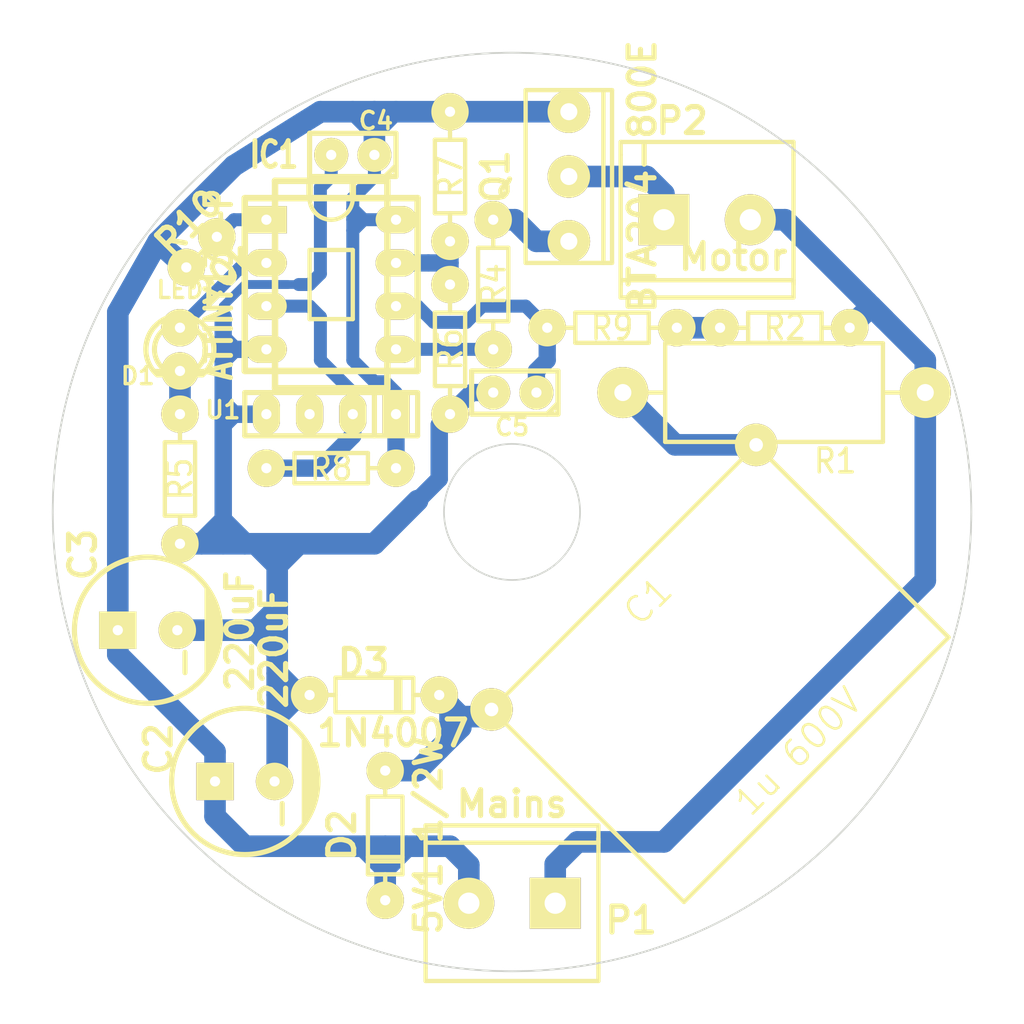
<source format=kicad_pcb>
(kicad_pcb (version 4) (host pcbnew "(2015-06-13 BZR 5746)-product")

  (general
    (links 37)
    (no_connects 0)
    (area 146.2249 69.7181 224 132.1381)
    (thickness 1.6)
    (drawings 18)
    (tracks 180)
    (zones 0)
    (modules 26)
    (nets 16)
  )

  (page A4)
  (layers
    (0 F.Cu signal hide)
    (31 B.Cu signal)
    (32 B.Adhes user)
    (33 F.Adhes user)
    (34 B.Paste user)
    (35 F.Paste user)
    (36 B.SilkS user)
    (37 F.SilkS user)
    (38 B.Mask user)
    (39 F.Mask user)
    (40 Dwgs.User user hide)
    (41 Cmts.User user)
    (42 Eco1.User user)
    (43 Eco2.User user)
    (44 Edge.Cuts user)
    (45 Margin user)
    (46 B.CrtYd user)
    (47 F.CrtYd user)
    (48 B.Fab user)
    (49 F.Fab user)
  )

  (setup
    (last_trace_width 0.25)
    (user_trace_width 0.381)
    (user_trace_width 0.508)
    (user_trace_width 0.635)
    (user_trace_width 0.762)
    (user_trace_width 1.016)
    (user_trace_width 1.27)
    (trace_clearance 0.2)
    (zone_clearance 0.508)
    (zone_45_only no)
    (trace_min 0.2)
    (segment_width 0.2)
    (edge_width 0.1)
    (via_size 0.6)
    (via_drill 0.4)
    (via_min_size 0.4)
    (via_min_drill 0.3)
    (uvia_size 0.3)
    (uvia_drill 0.1)
    (uvias_allowed no)
    (uvia_min_size 0)
    (uvia_min_drill 0)
    (pcb_text_width 0.3)
    (pcb_text_size 1.5 1.5)
    (mod_edge_width 0.15)
    (mod_text_size 1 1)
    (mod_text_width 0.15)
    (pad_size 1.6 2.4)
    (pad_drill 0.6)
    (pad_to_mask_clearance 0)
    (aux_axis_origin 0 0)
    (grid_origin 176.9999 101.0031)
    (visible_elements FFFFFF7F)
    (pcbplotparams
      (layerselection 0x00020_00000000)
      (usegerberextensions false)
      (excludeedgelayer false)
      (linewidth 0.100000)
      (plotframeref false)
      (viasonmask false)
      (mode 1)
      (useauxorigin false)
      (hpglpennumber 1)
      (hpglpenspeed 20)
      (hpglpendiameter 15)
      (hpglpenoverlay 2)
      (psnegative false)
      (psa4output false)
      (plotreference true)
      (plotvalue false)
      (plotinvisibletext false)
      (padsonsilk true)
      (subtractmaskfromsilk false)
      (outputformat 5)
      (mirror true)
      (drillshape 0)
      (scaleselection 1)
      (outputdirectory output/))
  )

  (net 0 "")
  (net 1 +5V)
  (net 2 GND)
  (net 3 "Net-(C1-Pad1)")
  (net 4 "Net-(C1-Pad2)")
  (net 5 "Net-(IC1-Pad1)")
  (net 6 "Net-(IC1-Pad3)")
  (net 7 "Net-(P2-Pad1)")
  (net 8 "Net-(C5-Pad1)")
  (net 9 "Net-(IC1-Pad7)")
  (net 10 "Net-(R2-Pad2)")
  (net 11 "Net-(D1-Pad1)")
  (net 12 "Net-(IC1-Pad5)")
  (net 13 /L)
  (net 14 "Net-(Q1-Pad1)")
  (net 15 "Net-(D1-Pad2)")

  (net_class Default "This is the default net class."
    (clearance 0.2)
    (trace_width 0.25)
    (via_dia 0.6)
    (via_drill 0.4)
    (uvia_dia 0.3)
    (uvia_drill 0.1)
    (add_net +5V)
    (add_net /L)
    (add_net GND)
    (add_net "Net-(C1-Pad1)")
    (add_net "Net-(C1-Pad2)")
    (add_net "Net-(C5-Pad1)")
    (add_net "Net-(D1-Pad1)")
    (add_net "Net-(D1-Pad2)")
    (add_net "Net-(IC1-Pad1)")
    (add_net "Net-(IC1-Pad3)")
    (add_net "Net-(IC1-Pad5)")
    (add_net "Net-(IC1-Pad7)")
    (add_net "Net-(P2-Pad1)")
    (add_net "Net-(Q1-Pad1)")
    (add_net "Net-(R2-Pad2)")
  )

  (module ja_custom:cnp_22x16_horz (layer F.Cu) (tedit 57EE95F0) (tstamp 56A2AC9A)
    (at 189.23 110.49 225)
    (path /569D585D)
    (fp_text reference C1 (at 0 6 225) (layer F.SilkS)
      (effects (font (size 1.5 1.5) (thickness 0.15)))
    )
    (fp_text value "1u 600V" (at 0 -6.5 225) (layer F.SilkS)
      (effects (font (size 1.5 1.5) (thickness 0.15)))
    )
    (fp_line (start -11 -8) (end 11 -8) (layer F.SilkS) (width 0.254))
    (fp_line (start 11 -8) (end 11 8) (layer F.SilkS) (width 0.254))
    (fp_line (start 11 8) (end -11 8) (layer F.SilkS) (width 0.254))
    (fp_line (start -11 8) (end -11 -8) (layer F.SilkS) (width 0.254))
    (pad 1 thru_hole circle (at -11 8 225) (size 2.5 2.5) (drill 0.8) (layers *.Cu *.Mask F.SilkS)
      (net 3 "Net-(C1-Pad1)"))
    (pad 2 thru_hole circle (at 11 8 225) (size 2.5 2.5) (drill 0.8) (layers *.Cu *.Mask F.SilkS)
      (net 4 "Net-(C1-Pad2)"))
  )

  (module w_capacitors:cnp_3mm_disc (layer F.Cu) (tedit 57F0C553) (tstamp 569D70D2)
    (at 167.64 80.01 180)
    (descr "Small ceramic capacitor")
    (tags C)
    (path /569D5F58)
    (fp_text reference C4 (at -1.3599 2.0069 180) (layer F.SilkS)
      (effects (font (size 1.016 1.016) (thickness 0.2032)))
    )
    (fp_text value 100nF (at 0 -2.286 180) (layer F.SilkS) hide
      (effects (font (size 1.016 1.016) (thickness 0.2032)))
    )
    (fp_line (start -2.4892 -1.27) (end 2.54 -1.27) (layer F.SilkS) (width 0.3048))
    (fp_line (start 2.54 -1.27) (end 2.54 1.27) (layer F.SilkS) (width 0.3048))
    (fp_line (start 2.54 1.27) (end -2.54 1.27) (layer F.SilkS) (width 0.3048))
    (fp_line (start -2.54 1.27) (end -2.54 -1.27) (layer F.SilkS) (width 0.3048))
    (fp_line (start -2.54 -0.635) (end -1.905 -1.27) (layer F.SilkS) (width 0.3048))
    (pad 1 thru_hole circle (at -1.27 0 180) (size 2 2) (drill 0.6) (layers *.Cu *.Mask F.SilkS)
      (net 1 +5V))
    (pad 2 thru_hole circle (at 1.27 0 180) (size 2 2) (drill 0.6) (layers *.Cu *.Mask F.SilkS)
      (net 2 GND))
    (model walter/capacitors/cnp_3mm_disc.wrl
      (at (xyz 0 0 0))
      (scale (xyz 1 1 1))
      (rotate (xyz 0 0 0))
    )
  )

  (module w_pth_diodes:diode_do35 (layer F.Cu) (tedit 57F0C52B) (tstamp 569D70DE)
    (at 169.545 120.015 270)
    (descr "Diode, DO-35 package")
    (path /569D59D5)
    (fp_text reference D2 (at -0.0119 2.5451 270) (layer F.SilkS)
      (effects (font (thickness 0.3048)))
    )
    (fp_text value "5V1 1/2W" (at 0 -2.54 270) (layer F.SilkS)
      (effects (font (thickness 0.3048)))
    )
    (fp_line (start 1.524 1.016) (end 1.524 -1.016) (layer F.SilkS) (width 0.254))
    (fp_line (start 1.27 -1.016) (end 1.27 1.016) (layer F.SilkS) (width 0.254))
    (fp_line (start 3.81 0) (end 2.286 0) (layer F.SilkS) (width 0.254))
    (fp_line (start -2.286 0) (end -3.81 0) (layer F.SilkS) (width 0.254))
    (fp_line (start -2.286 -1.016) (end 2.286 -1.016) (layer F.SilkS) (width 0.254))
    (fp_line (start 2.286 -1.016) (end 2.286 1.016) (layer F.SilkS) (width 0.254))
    (fp_line (start 2.286 1.016) (end -2.286 1.016) (layer F.SilkS) (width 0.254))
    (fp_line (start -2.286 1.016) (end -2.286 -1.016) (layer F.SilkS) (width 0.254))
    (pad 1 thru_hole circle (at -3.81 0 270) (size 2.2 2.2) (drill 0.6001) (layers *.Cu *.Mask F.SilkS)
      (net 4 "Net-(C1-Pad2)"))
    (pad 2 thru_hole circle (at 3.81 0 270) (size 2.2 2.2) (drill 0.6001) (layers *.Cu *.Mask F.SilkS)
      (net 1 +5V))
    (model walter/pth_diodes/diode_do35.wrl
      (at (xyz 0 0 0))
      (scale (xyz 1 1 1))
      (rotate (xyz 0 0 0))
    )
  )

  (module w_pth_diodes:diode_do35 (layer F.Cu) (tedit 57F0C51A) (tstamp 569D70E4)
    (at 168.91 111.76)
    (descr "Diode, DO-35 package")
    (path /569D5A7D)
    (fp_text reference D3 (at -0.635 -1.905) (layer F.SilkS)
      (effects (font (thickness 0.3048)))
    )
    (fp_text value 1N4007 (at 1.0899 2.2431) (layer F.SilkS)
      (effects (font (thickness 0.3048)))
    )
    (fp_line (start 1.524 1.016) (end 1.524 -1.016) (layer F.SilkS) (width 0.254))
    (fp_line (start 1.27 -1.016) (end 1.27 1.016) (layer F.SilkS) (width 0.254))
    (fp_line (start 3.81 0) (end 2.286 0) (layer F.SilkS) (width 0.254))
    (fp_line (start -2.286 0) (end -3.81 0) (layer F.SilkS) (width 0.254))
    (fp_line (start -2.286 -1.016) (end 2.286 -1.016) (layer F.SilkS) (width 0.254))
    (fp_line (start 2.286 -1.016) (end 2.286 1.016) (layer F.SilkS) (width 0.254))
    (fp_line (start 2.286 1.016) (end -2.286 1.016) (layer F.SilkS) (width 0.254))
    (fp_line (start -2.286 1.016) (end -2.286 -1.016) (layer F.SilkS) (width 0.254))
    (pad 1 thru_hole circle (at -3.81 0) (size 2.2 2.2) (drill 0.6001) (layers *.Cu *.Mask F.SilkS)
      (net 2 GND))
    (pad 2 thru_hole circle (at 3.81 0) (size 2.2 2.2) (drill 0.6001) (layers *.Cu *.Mask F.SilkS)
      (net 4 "Net-(C1-Pad2)"))
    (model walter/pth_diodes/diode_do35.wrl
      (at (xyz 0 0 0))
      (scale (xyz 1 1 1))
      (rotate (xyz 0 0 0))
    )
  )

  (module w_pth_circuits:dil_8-300_socket (layer F.Cu) (tedit 57F0C575) (tstamp 569D70F0)
    (at 166.37 87.63 270)
    (descr "IC, DIL8 x 0,3\", with socket")
    (tags DIL)
    (path /569D828A)
    (fp_text reference IC1 (at -7.6269 3.3701 360) (layer F.SilkS)
      (effects (font (size 1.524 1.143) (thickness 0.28702)))
    )
    (fp_text value ATTINY13A-P (at 0 6.604 270) (layer F.SilkS)
      (effects (font (size 1.524 1.143) (thickness 0.28702)))
    )
    (fp_line (start 2.032 1.27) (end -2.032 1.27) (layer F.SilkS) (width 0.254))
    (fp_line (start -2.032 -1.27) (end 2.032 -1.27) (layer F.SilkS) (width 0.254))
    (fp_line (start 5.08 5.08) (end -5.08 5.08) (layer F.SilkS) (width 0.381))
    (fp_line (start -6.096 3.302) (end 6.096 3.302) (layer F.SilkS) (width 0.381))
    (fp_line (start 5.08 -5.08) (end -5.08 -5.08) (layer F.SilkS) (width 0.381))
    (fp_line (start -6.096 -3.302) (end 6.096 -3.302) (layer F.SilkS) (width 0.381))
    (fp_arc (start -5.08 0) (end -5.08 -1.27) (angle 90) (layer F.SilkS) (width 0.254))
    (fp_arc (start -5.08 0) (end -3.81 0) (angle 90) (layer F.SilkS) (width 0.254))
    (fp_line (start -5.08 1.27) (end -6.096 1.27) (layer F.SilkS) (width 0.381))
    (fp_line (start -5.08 -1.27) (end -6.096 -1.27) (layer F.SilkS) (width 0.381))
    (fp_line (start -2.032 -1.27) (end -2.032 1.27) (layer F.SilkS) (width 0.254))
    (fp_line (start 2.032 1.27) (end 2.032 -1.27) (layer F.SilkS) (width 0.254))
    (fp_line (start 5.08 -5.08) (end 5.08 5.08) (layer F.SilkS) (width 0.381))
    (fp_line (start -5.08 5.08) (end -5.08 -5.08) (layer F.SilkS) (width 0.381))
    (fp_line (start 6.096 -3.302) (end 6.096 3.302) (layer F.SilkS) (width 0.381))
    (fp_line (start -6.096 3.302) (end -6.096 -3.302) (layer F.SilkS) (width 0.381))
    (pad 1 thru_hole rect (at -3.81 3.81 270) (size 1.6 2.4) (drill 0.6) (layers *.Cu *.Mask F.SilkS)
      (net 5 "Net-(IC1-Pad1)"))
    (pad 2 thru_hole oval (at -1.27 3.81 270) (size 1.6 2.4) (drill 0.6) (layers *.Cu *.Mask F.SilkS)
      (net 11 "Net-(D1-Pad1)"))
    (pad 3 thru_hole oval (at 1.27 3.81 270) (size 1.6 2.4) (drill 0.6) (layers *.Cu *.Mask F.SilkS)
      (net 6 "Net-(IC1-Pad3)"))
    (pad 4 thru_hole oval (at 3.81 3.81 270) (size 1.6 2.4) (drill 0.6) (layers *.Cu *.Mask F.SilkS)
      (net 2 GND))
    (pad 5 thru_hole oval (at 3.81 -3.81 270) (size 1.6 2.4) (drill 0.6) (layers *.Cu *.Mask F.SilkS)
      (net 12 "Net-(IC1-Pad5)"))
    (pad 6 thru_hole oval (at 1.27 -3.81 270) (size 1.6 2.4) (drill 0.6) (layers *.Cu *.Mask F.SilkS)
      (net 8 "Net-(C5-Pad1)"))
    (pad 7 thru_hole oval (at -1.27 -3.81 270) (size 1.6 2.4) (drill 0.6) (layers *.Cu *.Mask F.SilkS)
      (net 9 "Net-(IC1-Pad7)"))
    (pad 8 thru_hole oval (at -3.81 -3.81 270) (size 1.6 2.4) (drill 0.6) (layers *.Cu *.Mask F.SilkS)
      (net 1 +5V))
    (model walter/pth_circuits/dil_8-300_socket.wrl
      (at (xyz 0 0 0))
      (scale (xyz 1 1 1))
      (rotate (xyz 0 0 0))
    )
  )

  (module w_pth_resistors:R12x5.2 (layer F.Cu) (tedit 57F0C534) (tstamp 569D7111)
    (at 192.405 93.98 180)
    (descr "Resistor, 12x5.2 mm")
    (tags R)
    (path /569D571A)
    (autoplace_cost180 10)
    (fp_text reference R1 (at -3.5949 -4.0231 180) (layer F.SilkS)
      (effects (font (size 1.397 1.27) (thickness 0.2032)))
    )
    (fp_text value "120R 2W" (at 0 1.016 180) (layer F.SilkS) hide
      (effects (font (size 1.397 1.27) (thickness 0.2032)))
    )
    (fp_line (start -6.4008 -2.90068) (end -6.4008 2.90068) (layer F.SilkS) (width 0.254))
    (fp_line (start -6.4008 2.90068) (end 6.4008 2.90068) (layer F.SilkS) (width 0.254))
    (fp_line (start 6.4008 2.90068) (end 6.4008 -2.90068) (layer F.SilkS) (width 0.254))
    (fp_line (start 6.4008 -2.90068) (end -6.4008 -2.90068) (layer F.SilkS) (width 0.254))
    (fp_line (start 6.4516 0) (end 9.20242 0) (layer F.SilkS) (width 0.254))
    (fp_line (start -6.4516 0) (end -9.20242 0) (layer F.SilkS) (width 0.254))
    (pad 1 thru_hole circle (at -8.89 0 180) (size 2.99974 2.99974) (drill 1.00076) (layers *.Cu *.Mask F.SilkS)
      (net 13 /L))
    (pad 2 thru_hole circle (at 8.89 0 180) (size 2.99974 2.99974) (drill 1.00076) (layers *.Cu *.Mask F.SilkS)
      (net 3 "Net-(C1-Pad1)"))
    (model walter/pth_resistors/r12x5.2.wrl
      (at (xyz 0 0 0))
      (scale (xyz 1 1 1))
      (rotate (xyz 0 0 0))
    )
  )

  (module w_pth_resistors:RC03 (layer F.Cu) (tedit 0) (tstamp 569D7117)
    (at 193.04 90.17 180)
    (descr "Resistor, RC03")
    (tags R)
    (path /569D909F)
    (autoplace_cost180 10)
    (fp_text reference R2 (at 0 0 180) (layer F.SilkS)
      (effects (font (size 1.397 1.27) (thickness 0.2032)))
    )
    (fp_text value 510K (at 0 2.032 180) (layer F.SilkS) hide
      (effects (font (size 1.397 1.27) (thickness 0.2032)))
    )
    (fp_line (start 2.159 0) (end 3.81 0) (layer F.SilkS) (width 0.254))
    (fp_line (start -2.159 0) (end -3.81 0) (layer F.SilkS) (width 0.254))
    (fp_line (start -2.159 -0.889) (end -2.159 0.889) (layer F.SilkS) (width 0.254))
    (fp_line (start -2.159 0.889) (end 2.159 0.889) (layer F.SilkS) (width 0.254))
    (fp_line (start 2.159 0.889) (end 2.159 -0.889) (layer F.SilkS) (width 0.254))
    (fp_line (start 2.159 -0.889) (end -2.159 -0.889) (layer F.SilkS) (width 0.254))
    (pad 1 thru_hole circle (at -3.81 0 180) (size 2.2 2.2) (drill 0.6) (layers *.Cu *.Mask F.SilkS)
      (net 13 /L))
    (pad 2 thru_hole circle (at 3.81 0 180) (size 2.2 2.2) (drill 0.6) (layers *.Cu *.Mask F.SilkS)
      (net 10 "Net-(R2-Pad2)"))
    (model walter/pth_resistors/rc03.wrl
      (at (xyz 0 0 0))
      (scale (xyz 1 1 1))
      (rotate (xyz 0 0 0))
    )
  )

  (module w_pth_resistors:RC03 (layer F.Cu) (tedit 0) (tstamp 569D7123)
    (at 175.895 87.63 270)
    (descr "Resistor, RC03")
    (tags R)
    (path /57015728)
    (autoplace_cost180 10)
    (fp_text reference R4 (at 0 0 270) (layer F.SilkS)
      (effects (font (size 1.397 1.27) (thickness 0.2032)))
    )
    (fp_text value 330R (at 0 2.032 270) (layer F.SilkS) hide
      (effects (font (size 1.397 1.27) (thickness 0.2032)))
    )
    (fp_line (start 2.159 0) (end 3.81 0) (layer F.SilkS) (width 0.254))
    (fp_line (start -2.159 0) (end -3.81 0) (layer F.SilkS) (width 0.254))
    (fp_line (start -2.159 -0.889) (end -2.159 0.889) (layer F.SilkS) (width 0.254))
    (fp_line (start -2.159 0.889) (end 2.159 0.889) (layer F.SilkS) (width 0.254))
    (fp_line (start 2.159 0.889) (end 2.159 -0.889) (layer F.SilkS) (width 0.254))
    (fp_line (start 2.159 -0.889) (end -2.159 -0.889) (layer F.SilkS) (width 0.254))
    (pad 1 thru_hole circle (at -3.81 0 270) (size 2.2 2.2) (drill 0.6) (layers *.Cu *.Mask F.SilkS)
      (net 14 "Net-(Q1-Pad1)"))
    (pad 2 thru_hole circle (at 3.81 0 270) (size 2.2 2.2) (drill 0.6) (layers *.Cu *.Mask F.SilkS)
      (net 12 "Net-(IC1-Pad5)"))
    (model walter/pth_resistors/rc03.wrl
      (at (xyz 0 0 0))
      (scale (xyz 1 1 1))
      (rotate (xyz 0 0 0))
    )
  )

  (module w_pth_resistors:RC03 (layer F.Cu) (tedit 57C330AC) (tstamp 569D7129)
    (at 157.48 99.06 270)
    (descr "Resistor, RC03")
    (tags R)
    (path /570190B9)
    (autoplace_cost180 10)
    (fp_text reference R5 (at 0 0 270) (layer F.SilkS)
      (effects (font (size 1.397 1.27) (thickness 0.2032)))
    )
    (fp_text value 2K2 (at 0 2.032 270) (layer F.SilkS) hide
      (effects (font (size 1.397 1.27) (thickness 0.2032)))
    )
    (fp_line (start 2.159 0) (end 3.81 0) (layer F.SilkS) (width 0.254))
    (fp_line (start -2.159 0) (end -3.81 0) (layer F.SilkS) (width 0.254))
    (fp_line (start -2.159 -0.889) (end -2.159 0.889) (layer F.SilkS) (width 0.254))
    (fp_line (start -2.159 0.889) (end 2.159 0.889) (layer F.SilkS) (width 0.254))
    (fp_line (start 2.159 0.889) (end 2.159 -0.889) (layer F.SilkS) (width 0.254))
    (fp_line (start 2.159 -0.889) (end -2.159 -0.889) (layer F.SilkS) (width 0.254))
    (pad 1 thru_hole circle (at -3.81 0 270) (size 2.2 2.2) (drill 0.6) (layers *.Cu *.Mask F.SilkS)
      (net 15 "Net-(D1-Pad2)"))
    (pad 2 thru_hole circle (at 3.81 0 270) (size 2.2 2.2) (drill 0.6) (layers *.Cu *.Mask F.SilkS)
      (net 2 GND))
    (model walter/pth_resistors/rc03.wrl
      (at (xyz 0 0 0))
      (scale (xyz 1 1 1))
      (rotate (xyz 0 0 0))
    )
  )

  (module w_pth_resistors:RC03 (layer F.Cu) (tedit 0) (tstamp 569D7135)
    (at 173.355 81.28 270)
    (descr "Resistor, RC03")
    (tags R)
    (path /569DB6D2)
    (autoplace_cost180 10)
    (fp_text reference R7 (at 0 0 270) (layer F.SilkS)
      (effects (font (size 1.397 1.27) (thickness 0.2032)))
    )
    (fp_text value 10K (at 0 2.032 270) (layer F.SilkS) hide
      (effects (font (size 1.397 1.27) (thickness 0.2032)))
    )
    (fp_line (start 2.159 0) (end 3.81 0) (layer F.SilkS) (width 0.254))
    (fp_line (start -2.159 0) (end -3.81 0) (layer F.SilkS) (width 0.254))
    (fp_line (start -2.159 -0.889) (end -2.159 0.889) (layer F.SilkS) (width 0.254))
    (fp_line (start -2.159 0.889) (end 2.159 0.889) (layer F.SilkS) (width 0.254))
    (fp_line (start 2.159 0.889) (end 2.159 -0.889) (layer F.SilkS) (width 0.254))
    (fp_line (start 2.159 -0.889) (end -2.159 -0.889) (layer F.SilkS) (width 0.254))
    (pad 1 thru_hole circle (at -3.81 0 270) (size 2.2 2.2) (drill 0.6) (layers *.Cu *.Mask F.SilkS)
      (net 1 +5V))
    (pad 2 thru_hole circle (at 3.81 0 270) (size 2.2 2.2) (drill 0.6) (layers *.Cu *.Mask F.SilkS)
      (net 9 "Net-(IC1-Pad7)"))
    (model walter/pth_resistors/rc03.wrl
      (at (xyz 0 0 0))
      (scale (xyz 1 1 1))
      (rotate (xyz 0 0 0))
    )
  )

  (module w_to:to220 (layer F.Cu) (tedit 57C33138) (tstamp 569D710B)
    (at 180.34 81.28 270)
    (descr TO220)
    (path /57015230)
    (fp_text reference Q1 (at 0 4.318 270) (layer F.SilkS)
      (effects (font (thickness 0.3048)))
    )
    (fp_text value BTA204-800E (at 0 -4.318 270) (layer F.SilkS)
      (effects (font (thickness 0.3048)))
    )
    (fp_line (start -5.08 -2.032) (end 5.08 -2.032) (layer F.SilkS) (width 0.254))
    (fp_line (start -5.08 -1.27) (end -5.08 2.54) (layer F.SilkS) (width 0.254))
    (fp_line (start -5.08 2.54) (end 5.08 2.54) (layer F.SilkS) (width 0.254))
    (fp_line (start 5.08 2.54) (end 5.08 -2.54) (layer F.SilkS) (width 0.254))
    (fp_line (start 5.08 -2.54) (end -5.08 -2.54) (layer F.SilkS) (width 0.254))
    (fp_line (start -5.08 -2.54) (end -5.08 -1.27) (layer F.SilkS) (width 0.254))
    (pad 1 thru_hole circle (at 3.81 0 270) (size 2.5 2.5) (drill 1) (layers *.Cu *.Mask F.SilkS)
      (net 14 "Net-(Q1-Pad1)"))
    (pad 2 thru_hole circle (at 0 0 270) (size 2.5 2.5) (drill 1) (layers *.Cu *.Mask F.SilkS)
      (net 7 "Net-(P2-Pad1)"))
    (pad 3 thru_hole circle (at -3.81 0 270) (size 2.5 2.5) (drill 1) (layers *.Cu *.Mask F.SilkS)
      (net 1 +5V))
    (model walter/to/to220.wrl
      (at (xyz 0 0 0))
      (scale (xyz 1 1 1))
      (rotate (xyz 0 0 0))
    )
  )

  (module w_conn_screw:mors_2p (layer F.Cu) (tedit 57F0C4FE) (tstamp 56A2AC9F)
    (at 177 124 180)
    (descr "Terminal block 2 pins")
    (tags DEV)
    (path /56A2AA50)
    (fp_text reference P1 (at -6.9999 -1.0031 180) (layer F.SilkS)
      (effects (font (thickness 0.3048)))
    )
    (fp_text value Mains (at 0 5.842 180) (layer F.SilkS)
      (effects (font (thickness 0.3048)))
    )
    (fp_line (start 5.08 -3.81) (end 5.08 -4.572) (layer F.SilkS) (width 0.254))
    (fp_line (start 5.08 -4.572) (end -5.08 -4.572) (layer F.SilkS) (width 0.254))
    (fp_line (start -5.08 -4.572) (end -5.08 -3.81) (layer F.SilkS) (width 0.254))
    (fp_line (start 5.08 4.572) (end -5.08 4.572) (layer F.SilkS) (width 0.254))
    (fp_line (start -5.08 4.572) (end -5.08 3.556) (layer F.SilkS) (width 0.254))
    (fp_line (start -5.08 3.556) (end 5.08 3.556) (layer F.SilkS) (width 0.254))
    (fp_line (start 5.08 3.556) (end 5.08 4.572) (layer F.SilkS) (width 0.254))
    (fp_line (start 5.08 3.81) (end 5.08 -3.81) (layer F.SilkS) (width 0.254))
    (fp_line (start -5.08 -3.81) (end -5.08 3.81) (layer F.SilkS) (width 0.254))
    (pad 1 thru_hole rect (at -2.54 0 180) (size 2.99974 2.99974) (drill 1.24968) (layers *.Cu *.Mask F.SilkS)
      (net 13 /L))
    (pad 2 thru_hole circle (at 2.54 0 180) (size 2.99974 2.99974) (drill 1.24968) (layers *.Cu *.Mask F.SilkS)
      (net 1 +5V))
    (model walter/conn_screw/mors_2p.wrl
      (at (xyz 0 0 0))
      (scale (xyz 1 1 1))
      (rotate (xyz 0 0 0))
    )
  )

  (module w_conn_screw:mors_2p (layer F.Cu) (tedit 57F0C599) (tstamp 56A2ACA4)
    (at 188.468 83.82)
    (descr "Terminal block 2 pins")
    (tags DEV)
    (path /56A2AB51)
    (fp_text reference P2 (at -1.4681 -5.8169) (layer F.SilkS)
      (effects (font (thickness 0.3048)))
    )
    (fp_text value Motor (at 1.5319 2.1831) (layer F.SilkS)
      (effects (font (thickness 0.3048)))
    )
    (fp_line (start 5.08 -3.81) (end 5.08 -4.572) (layer F.SilkS) (width 0.254))
    (fp_line (start 5.08 -4.572) (end -5.08 -4.572) (layer F.SilkS) (width 0.254))
    (fp_line (start -5.08 -4.572) (end -5.08 -3.81) (layer F.SilkS) (width 0.254))
    (fp_line (start 5.08 4.572) (end -5.08 4.572) (layer F.SilkS) (width 0.254))
    (fp_line (start -5.08 4.572) (end -5.08 3.556) (layer F.SilkS) (width 0.254))
    (fp_line (start -5.08 3.556) (end 5.08 3.556) (layer F.SilkS) (width 0.254))
    (fp_line (start 5.08 3.556) (end 5.08 4.572) (layer F.SilkS) (width 0.254))
    (fp_line (start 5.08 3.81) (end 5.08 -3.81) (layer F.SilkS) (width 0.254))
    (fp_line (start -5.08 -3.81) (end -5.08 3.81) (layer F.SilkS) (width 0.254))
    (pad 1 thru_hole rect (at -2.54 0) (size 2.99974 2.99974) (drill 1.24968) (layers *.Cu *.Mask F.SilkS)
      (net 7 "Net-(P2-Pad1)"))
    (pad 2 thru_hole circle (at 2.54 0) (size 2.99974 2.99974) (drill 1.24968) (layers *.Cu *.Mask F.SilkS)
      (net 13 /L))
    (model walter/conn_screw/mors_2p.wrl
      (at (xyz 0 0 0))
      (scale (xyz 1 1 1))
      (rotate (xyz 0 0 0))
    )
  )

  (module w_pin_strip:pin_strip_4 (layer F.Cu) (tedit 57F0C57C) (tstamp 56A2ACB6)
    (at 166.37 95.25 180)
    (descr "Pin strip 4pin")
    (tags "CONN DEV")
    (path /56A29049)
    (fp_text reference U1 (at 6.3701 0.2469 180) (layer F.SilkS)
      (effects (font (size 1.016 1.016) (thickness 0.2032)))
    )
    (fp_text value DHT11 (at 0.254 -3.556 180) (layer F.SilkS) hide
      (effects (font (size 1.016 0.889) (thickness 0.2032)))
    )
    (fp_line (start -2.54 -1.27) (end -2.54 1.27) (layer F.SilkS) (width 0.3048))
    (fp_line (start 5.08 1.27) (end -5.08 1.27) (layer F.SilkS) (width 0.3048))
    (fp_line (start -5.08 -1.27) (end 5.08 -1.27) (layer F.SilkS) (width 0.3048))
    (fp_line (start -5.08 1.27) (end -5.08 -1.27) (layer F.SilkS) (width 0.3048))
    (fp_line (start 5.08 -1.27) (end 5.08 1.27) (layer F.SilkS) (width 0.3048))
    (pad 1 thru_hole rect (at -3.81 0 180) (size 1.6 2.4) (drill 0.6) (layers *.Cu *.Mask F.SilkS)
      (net 1 +5V))
    (pad 2 thru_hole oval (at -1.27 0 180) (size 1.6 2.4) (drill 0.6) (layers *.Cu *.Mask F.SilkS)
      (net 6 "Net-(IC1-Pad3)"))
    (pad 3 thru_hole oval (at 1.27 0 180) (size 1.6 2.4) (drill 0.6) (layers *.Cu *.Mask F.SilkS))
    (pad 4 thru_hole oval (at 3.81 0 180) (size 1.6 2.4) (drill 0.6) (layers *.Cu *.Mask F.SilkS)
      (net 2 GND))
    (model walter/pin_strip/pin_strip_4.wrl
      (at (xyz 0 0 0))
      (scale (xyz 1 1 1))
      (rotate (xyz 0 0 0))
    )
  )

  (module w_pth_resistors:RC03 (layer F.Cu) (tedit 0) (tstamp 56A2ADB3)
    (at 166.37 98.425 180)
    (descr "Resistor, RC03")
    (tags R)
    (path /56A2B61A)
    (autoplace_cost180 10)
    (fp_text reference R8 (at 0 0 180) (layer F.SilkS)
      (effects (font (size 1.397 1.27) (thickness 0.2032)))
    )
    (fp_text value 10K (at 0 2.032 180) (layer F.SilkS) hide
      (effects (font (size 1.397 1.27) (thickness 0.2032)))
    )
    (fp_line (start 2.159 0) (end 3.81 0) (layer F.SilkS) (width 0.254))
    (fp_line (start -2.159 0) (end -3.81 0) (layer F.SilkS) (width 0.254))
    (fp_line (start -2.159 -0.889) (end -2.159 0.889) (layer F.SilkS) (width 0.254))
    (fp_line (start -2.159 0.889) (end 2.159 0.889) (layer F.SilkS) (width 0.254))
    (fp_line (start 2.159 0.889) (end 2.159 -0.889) (layer F.SilkS) (width 0.254))
    (fp_line (start 2.159 -0.889) (end -2.159 -0.889) (layer F.SilkS) (width 0.254))
    (pad 1 thru_hole circle (at -3.81 0 180) (size 2.2 2.2) (drill 0.6) (layers *.Cu *.Mask F.SilkS)
      (net 1 +5V))
    (pad 2 thru_hole circle (at 3.81 0 180) (size 2.2 2.2) (drill 0.6) (layers *.Cu *.Mask F.SilkS)
      (net 6 "Net-(IC1-Pad3)"))
    (model walter/pth_resistors/rc03.wrl
      (at (xyz 0 0 0))
      (scale (xyz 1 1 1))
      (rotate (xyz 0 0 0))
    )
  )

  (module w_capacitors:cnp_3mm_disc (layer F.Cu) (tedit 57F0C59F) (tstamp 56A6A0A9)
    (at 177.165 93.98 180)
    (descr "Small ceramic capacitor")
    (tags C)
    (path /56A6AFF6)
    (fp_text reference C5 (at 0.1651 -2.0231 180) (layer F.SilkS)
      (effects (font (size 1.016 1.016) (thickness 0.2032)))
    )
    (fp_text value 100pF (at 0 -2.286 180) (layer F.SilkS) hide
      (effects (font (size 1.016 1.016) (thickness 0.2032)))
    )
    (fp_line (start -2.4892 -1.27) (end 2.54 -1.27) (layer F.SilkS) (width 0.3048))
    (fp_line (start 2.54 -1.27) (end 2.54 1.27) (layer F.SilkS) (width 0.3048))
    (fp_line (start 2.54 1.27) (end -2.54 1.27) (layer F.SilkS) (width 0.3048))
    (fp_line (start -2.54 1.27) (end -2.54 -1.27) (layer F.SilkS) (width 0.3048))
    (fp_line (start -2.54 -0.635) (end -1.905 -1.27) (layer F.SilkS) (width 0.3048))
    (pad 1 thru_hole circle (at -1.27 0 180) (size 2 2) (drill 0.6) (layers *.Cu *.Mask F.SilkS)
      (net 8 "Net-(C5-Pad1)"))
    (pad 2 thru_hole circle (at 1.27 0 180) (size 2 2) (drill 0.6) (layers *.Cu *.Mask F.SilkS)
      (net 2 GND))
    (model walter/capacitors/cnp_3mm_disc.wrl
      (at (xyz 0 0 0))
      (scale (xyz 1 1 1))
      (rotate (xyz 0 0 0))
    )
  )

  (module w_pth_resistors:RC03 (layer F.Cu) (tedit 0) (tstamp 56A6A0AF)
    (at 182.88 90.17 180)
    (descr "Resistor, RC03")
    (tags R)
    (path /56A6A90C)
    (autoplace_cost180 10)
    (fp_text reference R9 (at 0 0 180) (layer F.SilkS)
      (effects (font (size 1.397 1.27) (thickness 0.2032)))
    )
    (fp_text value 510K (at 0 2.032 180) (layer F.SilkS) hide
      (effects (font (size 1.397 1.27) (thickness 0.2032)))
    )
    (fp_line (start 2.159 0) (end 3.81 0) (layer F.SilkS) (width 0.254))
    (fp_line (start -2.159 0) (end -3.81 0) (layer F.SilkS) (width 0.254))
    (fp_line (start -2.159 -0.889) (end -2.159 0.889) (layer F.SilkS) (width 0.254))
    (fp_line (start -2.159 0.889) (end 2.159 0.889) (layer F.SilkS) (width 0.254))
    (fp_line (start 2.159 0.889) (end 2.159 -0.889) (layer F.SilkS) (width 0.254))
    (fp_line (start 2.159 -0.889) (end -2.159 -0.889) (layer F.SilkS) (width 0.254))
    (pad 1 thru_hole circle (at -3.81 0 180) (size 2.2 2.2) (drill 0.6) (layers *.Cu *.Mask F.SilkS)
      (net 10 "Net-(R2-Pad2)"))
    (pad 2 thru_hole circle (at 3.81 0 180) (size 2.2 2.2) (drill 0.6) (layers *.Cu *.Mask F.SilkS)
      (net 8 "Net-(C5-Pad1)"))
    (model walter/pth_resistors/rc03.wrl
      (at (xyz 0 0 0))
      (scale (xyz 1 1 1))
      (rotate (xyz 0 0 0))
    )
  )

  (module w_indicators:led_3mm_red (layer F.Cu) (tedit 57F0C581) (tstamp 57015DEE)
    (at 157.48 91.44)
    (descr "3mm red led")
    (tags led)
    (path /5701924E)
    (fp_text reference D1 (at -2.4801 1.5631) (layer F.SilkS)
      (effects (font (size 1 1) (thickness 0.2)))
    )
    (fp_text value LED (at 0 -3.5) (layer F.SilkS)
      (effects (font (size 1 1) (thickness 0.2)))
    )
    (fp_arc (start 0 0) (end 1.50876 -1.31064) (angle 90) (layer F.SilkS) (width 0.29972))
    (fp_arc (start 0 0) (end -1.33096 1.50114) (angle 90) (layer F.SilkS) (width 0.29972))
    (fp_arc (start 0 0) (end 0 -1.99898) (angle 90) (layer F.SilkS) (width 0.29972))
    (fp_arc (start 0 0) (end -1.99898 0) (angle 90) (layer F.SilkS) (width 0.29972))
    (fp_line (start -1.50114 1.30048) (end 1.50114 1.30048) (layer F.SilkS) (width 0.29972))
    (fp_line (start -1.30048 1.50114) (end 1.30048 1.50114) (layer F.SilkS) (width 0.29972))
    (fp_circle (center 0 0) (end -1.50114 0) (layer F.SilkS) (width 0.29972))
    (pad 1 thru_hole circle (at 0 -1.27) (size 2.2 2.2) (drill 0.6) (layers *.Cu *.Mask F.SilkS)
      (net 11 "Net-(D1-Pad1)"))
    (pad 2 thru_hole circle (at 0 1.27) (size 2.2 2.2) (drill 0.6) (layers *.Cu *.Mask F.SilkS)
      (net 15 "Net-(D1-Pad2)"))
    (model walter/indicators/led_3mm_red.wrl
      (at (xyz 0 0 0))
      (scale (xyz 1 1 1))
      (rotate (xyz 0 0 0))
    )
  )

  (module w_capacitors:CP_8x11.5mm (layer F.Cu) (tedit 57F0C529) (tstamp 5701633B)
    (at 161.29 116.84 270)
    (descr "Capacitor, pol, cyl 8x11.5mm")
    (path /569D5B55)
    (fp_text reference C2 (at -1.905 5.08 270) (layer F.SilkS)
      (effects (font (thickness 0.3048)))
    )
    (fp_text value 220uF (at -7.8369 -1.7099 270) (layer F.SilkS)
      (effects (font (thickness 0.3048)))
    )
    (fp_line (start -2.4 -3.5) (end 2.4 -3.5) (layer F.SilkS) (width 0.3048))
    (fp_circle (center 0 0) (end -4.3 0) (layer F.SilkS) (width 0.3048))
    (fp_line (start -1.8 -3.7) (end 1.8 -3.7) (layer F.SilkS) (width 0.3048))
    (fp_line (start -1.4 -3.9) (end 1.4 -3.9) (layer F.SilkS) (width 0.3048))
    (fp_line (start -0.8 -4.1) (end 0.9 -4.1) (layer F.SilkS) (width 0.3048))
    (fp_line (start 1.3 -2.2) (end 2.5 -2.2) (layer F.SilkS) (width 0.3))
    (pad 1 thru_hole rect (at 0 1.75 270) (size 2.2 2.2) (drill 0.6) (layers *.Cu *.Mask F.SilkS)
      (net 1 +5V))
    (pad 2 thru_hole circle (at 0 -1.75 270) (size 2.2 2.2) (drill 0.6) (layers *.Cu *.Mask F.SilkS)
      (net 2 GND))
    (model walter/capacitors/cp_8x11.5mm.wrl
      (at (xyz 0 0 0))
      (scale (xyz 1 1 1))
      (rotate (xyz 0 0 0))
    )
  )

  (module w_capacitors:CP_8x11.5mm (layer F.Cu) (tedit 57F0C504) (tstamp 57016341)
    (at 155.575 107.95 270)
    (descr "Capacitor, pol, cyl 8x11.5mm")
    (path /569D5C04)
    (fp_text reference C3 (at -4.445 3.81 270) (layer F.SilkS)
      (effects (font (thickness 0.3048)))
    )
    (fp_text value 220uF (at 0.0531 -5.4249 270) (layer F.SilkS)
      (effects (font (thickness 0.3048)))
    )
    (fp_line (start -2.4 -3.5) (end 2.4 -3.5) (layer F.SilkS) (width 0.3048))
    (fp_circle (center 0 0) (end -4.3 0) (layer F.SilkS) (width 0.3048))
    (fp_line (start -1.8 -3.7) (end 1.8 -3.7) (layer F.SilkS) (width 0.3048))
    (fp_line (start -1.4 -3.9) (end 1.4 -3.9) (layer F.SilkS) (width 0.3048))
    (fp_line (start -0.8 -4.1) (end 0.9 -4.1) (layer F.SilkS) (width 0.3048))
    (fp_line (start 1.3 -2.2) (end 2.5 -2.2) (layer F.SilkS) (width 0.3))
    (pad 1 thru_hole rect (at 0 1.75 270) (size 2.2 2.2) (drill 0.6) (layers *.Cu *.Mask F.SilkS)
      (net 1 +5V))
    (pad 2 thru_hole circle (at 0 -1.75 270) (size 2.2 2.2) (drill 0.6) (layers *.Cu *.Mask F.SilkS)
      (net 2 GND))
    (model walter/capacitors/cp_8x11.5mm.wrl
      (at (xyz 0 0 0))
      (scale (xyz 1 1 1))
      (rotate (xyz 0 0 0))
    )
  )

  (module w_pth_resistors:rc03_vert (layer F.Cu) (tedit 57F0C653) (tstamp 57015DF4)
    (at 158.75 85.725 45)
    (descr "Resistor, RC03 vertical")
    (path /570194CF)
    (fp_text reference R10 (at 0.687166 -1.747968 45) (layer F.SilkS)
      (effects (font (thickness 0.3048)))
    )
    (fp_text value 20k (at -0.01994 1.787566 45) (layer F.SilkS)
      (effects (font (thickness 0.3048)))
    )
    (fp_circle (center -1.27 0) (end -2.159 0) (layer F.SilkS) (width 0.3048))
    (fp_line (start -1.27 0) (end 1.27 0) (layer F.SilkS) (width 0.254))
    (pad 1 thru_hole circle (at -1.270001 0 45) (size 2.2 2.2) (drill 0.6) (layers *.Cu *.Mask F.SilkS)
      (net 1 +5V))
    (pad 2 thru_hole circle (at 1.27 0 45) (size 2.2 2.2) (drill 0.6) (layers *.Cu *.Mask F.SilkS)
      (net 5 "Net-(IC1-Pad1)"))
    (model walter/pth_resistors/rc03vert.wrl
      (at (xyz 0 0 0))
      (scale (xyz 1 1 1))
      (rotate (xyz 0 0 0))
    )
  )

  (module w_pth_resistors:RC03 (layer F.Cu) (tedit 0) (tstamp 569D712F)
    (at 173.355 91.44 270)
    (descr "Resistor, RC03")
    (tags R)
    (path /569DB1C0)
    (autoplace_cost180 10)
    (fp_text reference R6 (at 0 0 270) (layer F.SilkS)
      (effects (font (size 1.397 1.27) (thickness 0.2032)))
    )
    (fp_text value LDR (at 0 2.032 270) (layer F.SilkS) hide
      (effects (font (size 1.397 1.27) (thickness 0.2032)))
    )
    (fp_line (start 2.159 0) (end 3.81 0) (layer F.SilkS) (width 0.254))
    (fp_line (start -2.159 0) (end -3.81 0) (layer F.SilkS) (width 0.254))
    (fp_line (start -2.159 -0.889) (end -2.159 0.889) (layer F.SilkS) (width 0.254))
    (fp_line (start -2.159 0.889) (end 2.159 0.889) (layer F.SilkS) (width 0.254))
    (fp_line (start 2.159 0.889) (end 2.159 -0.889) (layer F.SilkS) (width 0.254))
    (fp_line (start 2.159 -0.889) (end -2.159 -0.889) (layer F.SilkS) (width 0.254))
    (pad 1 thru_hole circle (at -3.81 0 270) (size 2.2 2.2) (drill 0.6) (layers *.Cu *.Mask F.SilkS)
      (net 9 "Net-(IC1-Pad7)"))
    (pad 2 thru_hole circle (at 3.81 0 270) (size 2.2 2.2) (drill 0.6) (layers *.Cu *.Mask F.SilkS)
      (net 2 GND))
    (model walter/pth_resistors/rc03.wrl
      (at (xyz 0 0 0))
      (scale (xyz 1 1 1))
      (rotate (xyz 0 0 0))
    )
  )

  (module ja_custom:crossair (layer F.Cu) (tedit 57EE9557) (tstamp 57EF4D2A)
    (at 202.9999 75.0031)
    (fp_text reference REF** (at 0 3.81) (layer F.SilkS) hide
      (effects (font (size 1.5 1.5) (thickness 0.15)))
    )
    (fp_text value crossair (at 0 -3.81) (layer F.Fab) hide
      (effects (font (size 1.5 1.5) (thickness 0.15)))
    )
    (fp_line (start -2.54 0) (end 2.54 0) (layer F.Fab) (width 0.254))
    (fp_line (start 0 -2.54) (end 0 2.54) (layer F.Fab) (width 0.254))
    (fp_circle (center 0 0) (end 1.27 0) (layer F.Fab) (width 0.254))
  )

  (module ja_custom:crossair (layer F.Cu) (tedit 57EE9557) (tstamp 57EF4D40)
    (at 150.9999 75.0031)
    (fp_text reference REF** (at 0 3.81) (layer F.SilkS) hide
      (effects (font (size 1.5 1.5) (thickness 0.15)))
    )
    (fp_text value crossair (at 0 -3.81) (layer F.Fab) hide
      (effects (font (size 1.5 1.5) (thickness 0.15)))
    )
    (fp_line (start -2.54 0) (end 2.54 0) (layer F.Fab) (width 0.254))
    (fp_line (start 0 -2.54) (end 0 2.54) (layer F.Fab) (width 0.254))
    (fp_circle (center 0 0) (end 1.27 0) (layer F.Fab) (width 0.254))
  )

  (module ja_custom:crossair (layer F.Cu) (tedit 57EE9557) (tstamp 57EF4D47)
    (at 150.9999 127.0031)
    (fp_text reference REF** (at 0 3.81) (layer F.SilkS) hide
      (effects (font (size 1.5 1.5) (thickness 0.15)))
    )
    (fp_text value crossair (at 0 -3.81) (layer F.Fab) hide
      (effects (font (size 1.5 1.5) (thickness 0.15)))
    )
    (fp_line (start -2.54 0) (end 2.54 0) (layer F.Fab) (width 0.254))
    (fp_line (start 0 -2.54) (end 0 2.54) (layer F.Fab) (width 0.254))
    (fp_circle (center 0 0) (end 1.27 0) (layer F.Fab) (width 0.254))
  )

  (module ja_custom:crossair (layer F.Cu) (tedit 57EE9557) (tstamp 57EF4D4E)
    (at 202.9999 127.0031)
    (fp_text reference REF** (at 0 3.81) (layer F.SilkS) hide
      (effects (font (size 1.5 1.5) (thickness 0.15)))
    )
    (fp_text value crossair (at 0 -3.81) (layer F.Fab) hide
      (effects (font (size 1.5 1.5) (thickness 0.15)))
    )
    (fp_line (start -2.54 0) (end 2.54 0) (layer F.Fab) (width 0.254))
    (fp_line (start 0 -2.54) (end 0 2.54) (layer F.Fab) (width 0.254))
    (fp_circle (center 0 0) (end 1.27 0) (layer F.Fab) (width 0.254))
  )

  (gr_line (start 206.9999 71.0031) (end 146.9999 71.0031) (angle 90) (layer F.Fab) (width 0.2))
  (gr_line (start 206.9999 131.0031) (end 206.9999 71.0031) (angle 90) (layer F.Fab) (width 0.2))
  (gr_line (start 146.9999 131.0031) (end 206.9999 131.0031) (angle 90) (layer F.Fab) (width 0.2))
  (gr_line (start 146.9999 71.0031) (end 146.9999 131.0031) (angle 90) (layer F.Fab) (width 0.2))
  (gr_circle (center 176.9999 101.0031) (end 203.9999 101.0031) (layer Edge.Cuts) (width 0.1))
  (gr_circle (center 177 101) (end 181 101) (layer Edge.Cuts) (width 0.1))
  (gr_circle (center 177 101) (end 204 101) (layer Edge.Cuts) (width 0.1))
  (gr_line (start 172.5 109) (end 172.5 101) (angle 90) (layer Dwgs.User) (width 0.2))
  (gr_line (start 160 109) (end 172.5 109) (angle 90) (layer Dwgs.User) (width 0.2))
  (gr_line (start 160 93) (end 160 109) (angle 90) (layer Dwgs.User) (width 0.2))
  (gr_line (start 172.5 93) (end 160 93) (angle 90) (layer Dwgs.User) (width 0.2))
  (gr_line (start 172.5 101) (end 172.5 93) (angle 90) (layer Dwgs.User) (width 0.2))
  (dimension 8 (width 0.3) (layer Dwgs.User)
    (gr_text "8.000 mm" (at 211.35 101 270) (layer Dwgs.User)
      (effects (font (size 1.5 1.5) (thickness 0.3)))
    )
    (feature1 (pts (xy 177 105) (xy 212.7 105)))
    (feature2 (pts (xy 177 97) (xy 212.7 97)))
    (crossbar (pts (xy 210 97) (xy 210 105)))
    (arrow1a (pts (xy 210 105) (xy 209.413579 103.873496)))
    (arrow1b (pts (xy 210 105) (xy 210.586421 103.873496)))
    (arrow2a (pts (xy 210 97) (xy 209.413579 98.126504)))
    (arrow2b (pts (xy 210 97) (xy 210.586421 98.126504)))
  )
  (gr_circle (center 177 101) (end 181 101) (layer Dwgs.User) (width 0.2))
  (gr_line (start 177 74) (end 177 128) (angle 90) (layer Dwgs.User) (width 0.2))
  (gr_line (start 150 101) (end 204 101) (angle 90) (layer Dwgs.User) (width 0.2))
  (dimension 54 (width 0.3) (layer Dwgs.User)
    (gr_text "54.000 mm" (at 217.35 101 270) (layer Dwgs.User)
      (effects (font (size 1.5 1.5) (thickness 0.3)))
    )
    (feature1 (pts (xy 177 128) (xy 218.7 128)))
    (feature2 (pts (xy 177 74) (xy 218.7 74)))
    (crossbar (pts (xy 216 74) (xy 216 128)))
    (arrow1a (pts (xy 216 128) (xy 215.413579 126.873496)))
    (arrow1b (pts (xy 216 128) (xy 216.586421 126.873496)))
    (arrow2a (pts (xy 216 74) (xy 215.413579 75.126504)))
    (arrow2b (pts (xy 216 74) (xy 216.586421 75.126504)))
  )
  (gr_circle (center 177 101) (end 204 101) (layer Dwgs.User) (width 0.2))

  (segment (start 157.851974 86.623026) (end 156.183994 85.135511) (width 1.27) (layer B.Cu) (net 1) (tstamp 5710276C))
  (segment (start 156.183994 85.135511) (end 156.183994 85.116006) (width 0.635) (layer B.Cu) (net 1) (tstamp 5710276E))
  (segment (start 170.18 95.25) (end 170.18 94.615) (width 0.635) (layer B.Cu) (net 1))
  (segment (start 173.355 77.47) (end 170.18 77.47) (width 1.27) (layer B.Cu) (net 1))
  (segment (start 173.355 77.47) (end 180.34 77.47) (width 1.27) (layer B.Cu) (net 1))
  (segment (start 153.825 107.95) (end 153.825 107.795) (width 0.25) (layer B.Cu) (net 1) (status 30))
  (segment (start 156.21 85.09) (end 156.183994 85.116006) (width 0.635) (layer B.Cu) (net 1) (tstamp 5710276F))
  (segment (start 153.825 89.26375) (end 153.825 107.95) (width 1.27) (layer B.Cu) (net 1))
  (segment (start 156.183994 85.116006) (end 153.825 89.26375) (width 1.27) (layer B.Cu) (net 1) (tstamp 57C2FA86))
  (segment (start 160.655 80.645) (end 156.183994 85.116006) (width 1.27) (layer B.Cu) (net 1) (tstamp 57C2FA96))
  (segment (start 167.64 77.47) (end 165.735 77.47) (width 1.27) (layer B.Cu) (net 1) (tstamp 57C3008B))
  (segment (start 168.91 77.47) (end 167.64 77.47) (width 1.27) (layer B.Cu) (net 1) (tstamp 57C2FF90))
  (segment (start 170.18 77.47) (end 168.91 77.47) (width 1.27) (layer B.Cu) (net 1) (tstamp 570D63A2))
  (segment (start 165.735 77.47) (end 160.655 80.645) (width 1.27) (layer B.Cu) (net 1) (tstamp 57C2FA9C))
  (segment (start 170.18 95.25) (end 170.18 98.425) (width 1.016) (layer B.Cu) (net 1))
  (segment (start 159.54 116.84) (end 159.54 118.9) (width 1.27) (layer B.Cu) (net 1))
  (segment (start 168.91 80.01) (end 168.91 77.47) (width 1.27) (layer B.Cu) (net 1))
  (segment (start 168.91 81.28) (end 167.64 82.55) (width 0.762) (layer B.Cu) (net 1) (tstamp 57C2FFC4))
  (segment (start 168.91 80.01) (end 168.91 81.28) (width 0.762) (layer B.Cu) (net 1))
  (segment (start 167.64 83.185) (end 167.64 82.55) (width 0.762) (layer B.Cu) (net 1) (tstamp 57C3007E))
  (segment (start 167.64 83.82) (end 167.64 83.185) (width 0.762) (layer B.Cu) (net 1) (tstamp 57C3006C))
  (segment (start 167.64 84.455) (end 167.64 83.82) (width 0.762) (layer B.Cu) (net 1) (tstamp 57C30083))
  (segment (start 170.18 95.25) (end 170.18 93.98) (width 0.762) (layer B.Cu) (net 1))
  (segment (start 169.545 93.345) (end 168.91 93.345) (width 0.762) (layer B.Cu) (net 1) (tstamp 571025F3))
  (segment (start 170.18 93.98) (end 169.545 93.345) (width 0.762) (layer B.Cu) (net 1) (tstamp 571025F2))
  (segment (start 167.64 92.075) (end 167.64 84.455) (width 0.762) (layer B.Cu) (net 1) (tstamp 57C3001E))
  (segment (start 168.91 93.345) (end 167.64 92.075) (width 0.762) (layer B.Cu) (net 1))
  (segment (start 167.64 83.82) (end 170.18 83.82) (width 0.762) (layer B.Cu) (net 1))
  (segment (start 168.275 83.82) (end 167.64 84.455) (width 0.762) (layer B.Cu) (net 1) (tstamp 57C30080))
  (segment (start 167.64 83.185) (end 168.275 83.82) (width 0.762) (layer B.Cu) (net 1))
  (segment (start 168.91 78.74) (end 170.18 77.47) (width 1.016) (layer B.Cu) (net 1) (tstamp 57C3008D))
  (segment (start 167.64 77.47) (end 168.91 78.74) (width 1.016) (layer B.Cu) (net 1))
  (segment (start 159.54 115.09) (end 153.825 109.375) (width 1.27) (layer B.Cu) (net 1) (tstamp 57C305C9))
  (segment (start 153.825 109.375) (end 153.825 107.95) (width 1.27) (layer B.Cu) (net 1) (tstamp 57C305DC))
  (segment (start 159.54 116.84) (end 159.54 115.09) (width 1.27) (layer B.Cu) (net 1))
  (segment (start 170.815 120.65) (end 173.355 120.65) (width 1.27) (layer B.Cu) (net 1) (tstamp 57C30956))
  (segment (start 169.545 120.65) (end 170.815 120.65) (width 1.27) (layer B.Cu) (net 1) (tstamp 57C308A8))
  (segment (start 168.275 120.65) (end 169.545 120.65) (width 1.27) (layer B.Cu) (net 1) (tstamp 57C30943))
  (segment (start 161.29 120.65) (end 168.275 120.65) (width 1.27) (layer B.Cu) (net 1) (tstamp 57C307DD))
  (segment (start 173.355 120.65) (end 174.46 121.755) (width 1.27) (layer B.Cu) (net 1) (tstamp 57C307EC))
  (segment (start 174.46 121.755) (end 174.46 124) (width 1.27) (layer B.Cu) (net 1) (tstamp 57C307F3))
  (segment (start 159.54 118.9) (end 161.29 120.65) (width 1.27) (layer B.Cu) (net 1))
  (segment (start 169.545 121.92) (end 169.545 120.65) (width 1.27) (layer B.Cu) (net 1) (tstamp 57C30954))
  (segment (start 169.545 123.825) (end 169.545 121.92) (width 1.27) (layer B.Cu) (net 1))
  (segment (start 168.275 120.65) (end 169.545 121.92) (width 1.27) (layer B.Cu) (net 1))
  (segment (start 170.815 120.65) (end 169.545 121.92) (width 1.27) (layer B.Cu) (net 1))
  (segment (start 173.355 95.25) (end 172.72 95.885) (width 1.016) (layer B.Cu) (net 2))
  (segment (start 172.72 95.885) (end 172.72 99.06) (width 1.016) (layer B.Cu) (net 2) (tstamp 57CF2256))
  (segment (start 172.72 99.06) (end 168.91 102.87) (width 1.016) (layer B.Cu) (net 2) (tstamp 57CF2259))
  (segment (start 168.91 102.87) (end 161.29 102.87) (width 1.016) (layer B.Cu) (net 2) (tstamp 57CF225A))
  (segment (start 161.29 102.87) (end 160.02 101.6) (width 1.016) (layer B.Cu) (net 2) (tstamp 57CF2260))
  (segment (start 160.02 101.6) (end 160.02 95.885) (width 1.016) (layer B.Cu) (net 2) (tstamp 57CF2262))
  (segment (start 160.02 95.885) (end 160.655 95.25) (width 1.016) (layer B.Cu) (net 2) (tstamp 57CF2263))
  (segment (start 160.655 95.25) (end 162.56 95.25) (width 1.016) (layer B.Cu) (net 2) (tstamp 57CF2265))
  (segment (start 175.895 93.98) (end 174.625 93.98) (width 1.016) (layer B.Cu) (net 2))
  (segment (start 174.625 93.98) (end 173.355 95.25) (width 1.016) (layer B.Cu) (net 2) (tstamp 57CF2232))
  (segment (start 172.72 95.885) (end 172.72 99.06) (width 1.016) (layer B.Cu) (net 2))
  (segment (start 172.72 99.06) (end 171.45 100.33) (width 1.016) (layer B.Cu) (net 2) (tstamp 57C3149B))
  (segment (start 162.56 91.44) (end 160.02 91.44) (width 1.016) (layer B.Cu) (net 2))
  (segment (start 160.02 91.44) (end 160.02 95.25) (width 1.016) (layer B.Cu) (net 2) (tstamp 57CF21D2))
  (segment (start 160.02 95.25) (end 162.56 95.25) (width 1.016) (layer B.Cu) (net 2) (tstamp 57CF21D3))
  (segment (start 160.02 95.25) (end 162.56 95.25) (width 1.016) (layer B.Cu) (net 2))
  (segment (start 163.195 110.49) (end 163.195 109.22) (width 1.27) (layer B.Cu) (net 2) (tstamp 57C30FA5))
  (segment (start 163.195 111.76) (end 163.195 110.49) (width 1.27) (layer B.Cu) (net 2) (tstamp 57C30EDF))
  (segment (start 163.195 113.03) (end 163.195 111.76) (width 1.27) (layer B.Cu) (net 2) (tstamp 57C30FAA))
  (segment (start 164.465 111.76) (end 163.195 111.76) (width 1.27) (layer B.Cu) (net 2) (tstamp 57C30FA1) (status 10))
  (segment (start 165.1 111.76) (end 164.465 111.76) (width 1.27) (layer B.Cu) (net 2) (status 10))
  (segment (start 164.465 111.76) (end 163.195 110.49) (width 1.27) (layer B.Cu) (net 2))
  (segment (start 164.465 111.76) (end 163.195 113.03) (width 1.27) (layer B.Cu) (net 2))
  (segment (start 157.325 107.95) (end 157.48 107.95) (width 0.635) (layer B.Cu) (net 2))
  (segment (start 163.83 87.63) (end 161.29 87.63) (width 0.508) (layer B.Cu) (net 2))
  (segment (start 157.48 107.795) (end 157.325 107.95) (width 0.25) (layer B.Cu) (net 2) (tstamp 57016AE9) (status 30))
  (segment (start 157.48 102.87) (end 157.48 102.235) (width 0.25) (layer B.Cu) (net 2) (status 30))
  (segment (start 160.02 92.075) (end 160.02 91.44) (width 1.016) (layer B.Cu) (net 2) (tstamp 57C304A1))
  (segment (start 160.02 95.25) (end 160.02 94.615) (width 1.016) (layer B.Cu) (net 2) (tstamp 570D634A))
  (segment (start 160.02 91.44) (end 160.02 90.805) (width 1.016) (layer B.Cu) (net 2) (tstamp 570D63EC))
  (segment (start 157.325 107.95) (end 157.325 107.47) (width 0.25) (layer B.Cu) (net 2) (status 30))
  (segment (start 165.735 81.915) (end 166.37 81.28) (width 0.762) (layer B.Cu) (net 2) (tstamp 57C3003F))
  (segment (start 166.37 81.28) (end 166.37 80.01) (width 0.762) (layer B.Cu) (net 2) (tstamp 57C30042))
  (segment (start 165.1 87.63) (end 165.735 86.995) (width 0.762) (layer B.Cu) (net 2) (tstamp 571028C1))
  (segment (start 161.29 87.63) (end 164.465 87.63) (width 0.508) (layer B.Cu) (net 2))
  (segment (start 164.465 87.63) (end 165.1 87.63) (width 0.762) (layer B.Cu) (net 2))
  (segment (start 165.735 86.995) (end 165.735 81.915) (width 0.762) (layer B.Cu) (net 2))
  (segment (start 160.02 95.885) (end 160.02 95.25) (width 1.016) (layer B.Cu) (net 2) (tstamp 57C3049C))
  (segment (start 160.02 102.87) (end 160.02 101.6) (width 1.016) (layer B.Cu) (net 2) (tstamp 570D6350))
  (segment (start 160.655 95.25) (end 160.02 95.885) (width 1.016) (layer B.Cu) (net 2) (tstamp 57C30498))
  (segment (start 160.02 94.615) (end 160.655 95.25) (width 1.016) (layer B.Cu) (net 2))
  (segment (start 160.655 91.44) (end 160.02 92.075) (width 1.016) (layer B.Cu) (net 2) (tstamp 57C3049E))
  (segment (start 160.02 90.805) (end 160.655 91.44) (width 1.016) (layer B.Cu) (net 2))
  (segment (start 163.195 104.14) (end 163.195 102.87) (width 1.27) (layer B.Cu) (net 2) (tstamp 57C30F17))
  (segment (start 163.195 106.68) (end 163.195 104.14) (width 1.27) (layer B.Cu) (net 2) (tstamp 57C30EF8))
  (segment (start 163.195 107.95) (end 163.195 106.68) (width 1.27) (layer B.Cu) (net 2) (tstamp 57C30EEA))
  (segment (start 163.195 109.22) (end 163.195 107.95) (width 1.27) (layer B.Cu) (net 2) (tstamp 57C30EFC))
  (segment (start 163.195 116.685) (end 163.195 113.03) (width 1.27) (layer B.Cu) (net 2) (tstamp 57C30ECE))
  (segment (start 163.04 116.84) (end 163.195 116.685) (width 1.27) (layer B.Cu) (net 2))
  (segment (start 161.925 107.95) (end 163.195 107.95) (width 1.27) (layer B.Cu) (net 2) (tstamp 57C30EF4))
  (segment (start 157.325 107.95) (end 161.925 107.95) (width 1.27) (layer B.Cu) (net 2))
  (segment (start 160.02 101.6) (end 161.29 102.87) (width 1.27) (layer B.Cu) (net 2))
  (segment (start 163.195 104.14) (end 164.465 102.87) (width 1.27) (layer B.Cu) (net 2))
  (segment (start 161.925 107.95) (end 163.195 106.68) (width 1.27) (layer B.Cu) (net 2))
  (segment (start 161.925 107.95) (end 163.195 109.22) (width 1.27) (layer B.Cu) (net 2))
  (segment (start 161.29 87.63) (end 160.02 88.9) (width 0.508) (layer B.Cu) (net 2) (tstamp 570D63D3))
  (segment (start 160.02 88.9) (end 160.02 89.535) (width 0.508) (layer B.Cu) (net 2))
  (segment (start 171.45 100.33) (end 171.45 100.33) (width 1.016) (layer B.Cu) (net 2) (tstamp 57C31410))
  (segment (start 163.195 104.14) (end 161.925 102.87) (width 1.27) (layer B.Cu) (net 2))
  (segment (start 160.02 101.6) (end 158.75 102.87) (width 1.27) (layer B.Cu) (net 2))
  (segment (start 158.75 102.87) (end 157.48 102.87) (width 1.27) (layer B.Cu) (net 2) (tstamp 57C315EB))
  (segment (start 160.02 102.87) (end 158.75 102.87) (width 1.27) (layer B.Cu) (net 2) (tstamp 57C315EA))
  (segment (start 161.29 102.87) (end 160.02 102.87) (width 1.27) (layer B.Cu) (net 2) (tstamp 57C315E8))
  (segment (start 161.925 102.87) (end 161.29 102.87) (width 1.27) (layer B.Cu) (net 2) (tstamp 57C315E7))
  (segment (start 163.195 102.87) (end 161.925 102.87) (width 1.27) (layer B.Cu) (net 2) (tstamp 57C315E6))
  (segment (start 164.465 102.87) (end 163.195 102.87) (width 1.27) (layer B.Cu) (net 2) (tstamp 57C315E4))
  (segment (start 168.91 102.87) (end 171.45 100.33) (width 1.27) (layer B.Cu) (net 2))
  (segment (start 164.465 102.87) (end 168.91 102.87) (width 1.27) (layer B.Cu) (net 2))
  (segment (start 160.02 102.87) (end 157.48 102.87) (width 1.016) (layer B.Cu) (net 2) (tstamp 57C3160A))
  (segment (start 160.02 89.535) (end 160.02 102.87) (width 1.016) (layer B.Cu) (net 2))
  (segment (start 160.02 102.87) (end 168.91 102.87) (width 1.016) (layer B.Cu) (net 2))
  (segment (start 191.35132 97.054971) (end 191.542971 97.054971) (width 1.27) (layer B.Cu) (net 3) (tstamp 57CB4FB4))
  (segment (start 186.589971 97.054971) (end 191.35132 97.054971) (width 1.27) (layer B.Cu) (net 3) (tstamp 57CB4FB3))
  (segment (start 183.515 93.98) (end 186.589971 97.054971) (width 1.27) (layer B.Cu) (net 3))
  (segment (start 173.355 114.3) (end 173.99 113.665) (width 1.27) (layer B.Cu) (net 4) (tstamp 57CB4F12))
  (segment (start 172.72 114.935) (end 173.355 114.3) (width 1.27) (layer B.Cu) (net 4) (tstamp 57CB4F0D))
  (segment (start 173.99 113.665) (end 173.99 113.03) (width 1.27) (layer B.Cu) (net 4) (tstamp 57CB4F03))
  (segment (start 173.99 113.03) (end 172.72 111.76) (width 1.27) (layer B.Cu) (net 4) (tstamp 57CB4F04))
  (segment (start 171.45 116.205) (end 172.72 114.935) (width 1.27) (layer B.Cu) (net 4) (tstamp 57CB4F02))
  (segment (start 169.545 116.205) (end 171.45 116.205) (width 1.27) (layer B.Cu) (net 4))
  (segment (start 175.376291 113.03) (end 175.794971 112.61132) (width 1.27) (layer B.Cu) (net 4) (tstamp 57CB4F07))
  (segment (start 173.99 113.03) (end 175.376291 113.03) (width 1.27) (layer B.Cu) (net 4))
  (segment (start 173.355 112.395) (end 172.72 111.76) (width 1.27) (layer B.Cu) (net 4) (tstamp 57CB4F14))
  (segment (start 173.355 114.3) (end 173.355 112.395) (width 1.27) (layer B.Cu) (net 4))
  (segment (start 160.655 83.82) (end 159.648026 84.826974) (width 0.762) (layer B.Cu) (net 5) (tstamp 57C2FDD5))
  (segment (start 162.56 83.82) (end 160.655 83.82) (width 0.762) (layer B.Cu) (net 5))
  (segment (start 167.64 93.98) (end 167.64 95.25) (width 0.762) (layer B.Cu) (net 6))
  (segment (start 165.735 98.425) (end 167.64 96.52) (width 1.016) (layer B.Cu) (net 6) (tstamp 57016CCA))
  (segment (start 162.56 98.425) (end 165.735 98.425) (width 1.016) (layer B.Cu) (net 6))
  (segment (start 167.64 96.52) (end 167.64 95.25) (width 1.016) (layer B.Cu) (net 6) (tstamp 57016CCC))
  (segment (start 165.735 92.075) (end 167.64 93.98) (width 0.762) (layer B.Cu) (net 6) (tstamp 57016DBF))
  (segment (start 165.735 89.535) (end 165.1 88.9) (width 0.762) (layer B.Cu) (net 6) (tstamp 57C2FE10))
  (segment (start 165.1 88.9) (end 162.56 88.9) (width 0.762) (layer B.Cu) (net 6) (tstamp 57C2FE1D))
  (segment (start 165.735 92.075) (end 165.735 89.535) (width 0.762) (layer B.Cu) (net 6))
  (segment (start 184.912 81.28) (end 185.928 82.296) (width 1.27) (layer B.Cu) (net 7) (tstamp 57CB5174))
  (segment (start 185.928 82.296) (end 185.928 83.82) (width 1.27) (layer B.Cu) (net 7) (tstamp 57CB5175))
  (segment (start 180.34 81.28) (end 184.912 81.28) (width 1.27) (layer B.Cu) (net 7))
  (segment (start 170.18 88.9) (end 171.45 88.9) (width 0.762) (layer B.Cu) (net 8))
  (segment (start 172.4025 89.8525) (end 174.3075 89.8525) (width 0.762) (layer B.Cu) (net 8) (tstamp 57CF2B43))
  (segment (start 171.45 88.9) (end 172.4025 89.8525) (width 0.762) (layer B.Cu) (net 8) (tstamp 57CF2B38))
  (segment (start 173.99 89.8525) (end 174.3075 89.8525) (width 0.762) (layer B.Cu) (net 8) (tstamp 57CF2B4B))
  (segment (start 174.3075 89.8525) (end 175.26 88.9) (width 0.762) (layer B.Cu) (net 8) (tstamp 57CF24CD))
  (segment (start 177.8 88.9) (end 179.07 90.17) (width 0.762) (layer B.Cu) (net 8) (tstamp 571028A2))
  (segment (start 175.26 88.9) (end 177.8 88.9) (width 0.762) (layer B.Cu) (net 8) (tstamp 571028A1))
  (segment (start 170.18 88.9) (end 170.815 88.9) (width 0.762) (layer B.Cu) (net 8))
  (segment (start 178.435 92.71) (end 179.07 92.075) (width 1.016) (layer B.Cu) (net 8) (tstamp 57016851))
  (segment (start 179.07 92.075) (end 179.07 90.17) (width 1.016) (layer B.Cu) (net 8) (tstamp 57016852))
  (segment (start 178.435 93.98) (end 178.435 92.71) (width 1.016) (layer B.Cu) (net 8))
  (segment (start 173.355 86.36) (end 173.355 87.63) (width 1.016) (layer B.Cu) (net 9) (tstamp 57C306CB))
  (segment (start 173.355 85.09) (end 173.355 86.36) (width 1.016) (layer B.Cu) (net 9))
  (segment (start 172.085 86.36) (end 173.355 86.36) (width 1.016) (layer B.Cu) (net 9) (tstamp 57C306D6))
  (segment (start 170.18 86.36) (end 172.085 86.36) (width 1.016) (layer B.Cu) (net 9))
  (segment (start 186.69 90.17) (end 189.23 90.17) (width 1.27) (layer B.Cu) (net 10) (status 20))
  (segment (start 162.56 86.36) (end 161.29 86.36) (width 0.762) (layer B.Cu) (net 11))
  (segment (start 161.29 86.36) (end 157.48 90.17) (width 0.762) (layer B.Cu) (net 11) (tstamp 57CF2494))
  (segment (start 157.48 90.17) (end 161.29 86.36) (width 0.508) (layer B.Cu) (net 11))
  (segment (start 170.18 91.44) (end 175.895 91.44) (width 0.762) (layer B.Cu) (net 12))
  (segment (start 197.612 88.392) (end 193.04 83.82) (width 1.27) (layer B.Cu) (net 13) (tstamp 57CB4FA4))
  (segment (start 193.04 83.82) (end 190.5 83.82) (width 1.27) (layer B.Cu) (net 13) (tstamp 57CB4F9D))
  (segment (start 198.882 89.662) (end 197.866 88.646) (width 1.27) (layer B.Cu) (net 13) (tstamp 57CB51AB))
  (segment (start 197.866 88.646) (end 197.612 88.392) (width 1.27) (layer B.Cu) (net 13) (tstamp 57CB4FAA))
  (segment (start 201.295 93.98) (end 201.295 92.075) (width 1.27) (layer B.Cu) (net 13))
  (segment (start 198.12 88.9) (end 196.85 90.17) (width 1.27) (layer B.Cu) (net 13))
  (segment (start 201.295 92.075) (end 198.12 88.9) (width 1.27) (layer B.Cu) (net 13) (tstamp 57CF2ABF))
  (segment (start 201.295 93.98) (end 201.295 105.029) (width 1.27) (layer B.Cu) (net 13))
  (segment (start 201.295 105.029) (end 198.882 107.442) (width 1.27) (layer B.Cu) (net 13) (tstamp 57CF2AB5))
  (segment (start 180.848 120.396) (end 185.928 120.396) (width 1.27) (layer B.Cu) (net 13) (tstamp 57CB4F96))
  (segment (start 198.882 107.442) (end 185.928 120.396) (width 1.27) (layer B.Cu) (net 13) (tstamp 57CB51AD))
  (segment (start 179.54 124) (end 179.54 121.704) (width 1.27) (layer B.Cu) (net 13))
  (segment (start 179.54 121.704) (end 180.848 120.396) (width 1.27) (layer B.Cu) (net 13) (tstamp 57CB4F93))
  (segment (start 177.165 83.82) (end 178.435 85.09) (width 1.27) (layer B.Cu) (net 14) (tstamp 5701684B))
  (segment (start 178.435 85.09) (end 180.34 85.09) (width 1.27) (layer B.Cu) (net 14) (tstamp 5701684D))
  (segment (start 175.895 83.82) (end 177.165 83.82) (width 1.27) (layer B.Cu) (net 14))
  (segment (start 157.48 92.71) (end 157.48 95.25) (width 1.27) (layer B.Cu) (net 15) (status 20))

)

</source>
